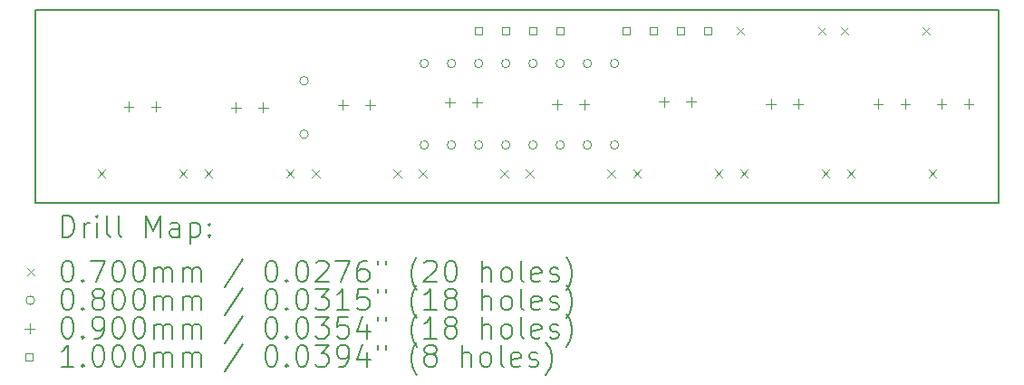
<source format=gbr>
%TF.GenerationSoftware,KiCad,Pcbnew,8.0.1*%
%TF.CreationDate,2024-05-11T19:49:48+01:00*%
%TF.ProjectId,TIMI2CLEDPanel,54494d49-3243-44c4-9544-50616e656c2e,rev?*%
%TF.SameCoordinates,Original*%
%TF.FileFunction,Drillmap*%
%TF.FilePolarity,Positive*%
%FSLAX45Y45*%
G04 Gerber Fmt 4.5, Leading zero omitted, Abs format (unit mm)*
G04 Created by KiCad (PCBNEW 8.0.1) date 2024-05-11 19:49:48*
%MOMM*%
%LPD*%
G01*
G04 APERTURE LIST*
%ADD10C,0.150000*%
%ADD11C,0.200000*%
%ADD12C,0.100000*%
G04 APERTURE END LIST*
D10*
X4000000Y-3000000D02*
X13000000Y-3000000D01*
X13000000Y-4800000D01*
X4000000Y-4800000D01*
X4000000Y-3000000D01*
D11*
D12*
X4584500Y-4490000D02*
X4654500Y-4560000D01*
X4654500Y-4490000D02*
X4584500Y-4560000D01*
X5346500Y-4490000D02*
X5416500Y-4560000D01*
X5416500Y-4490000D02*
X5346500Y-4560000D01*
X5584500Y-4490000D02*
X5654500Y-4560000D01*
X5654500Y-4490000D02*
X5584500Y-4560000D01*
X6346500Y-4490000D02*
X6416500Y-4560000D01*
X6416500Y-4490000D02*
X6346500Y-4560000D01*
X6584500Y-4490000D02*
X6654500Y-4560000D01*
X6654500Y-4490000D02*
X6584500Y-4560000D01*
X7346500Y-4490000D02*
X7416500Y-4560000D01*
X7416500Y-4490000D02*
X7346500Y-4560000D01*
X7584500Y-4490000D02*
X7654500Y-4560000D01*
X7654500Y-4490000D02*
X7584500Y-4560000D01*
X8346500Y-4490000D02*
X8416500Y-4560000D01*
X8416500Y-4490000D02*
X8346500Y-4560000D01*
X8584500Y-4490000D02*
X8654500Y-4560000D01*
X8654500Y-4490000D02*
X8584500Y-4560000D01*
X9346500Y-4490000D02*
X9416500Y-4560000D01*
X9416500Y-4490000D02*
X9346500Y-4560000D01*
X9584500Y-4490000D02*
X9654500Y-4560000D01*
X9654500Y-4490000D02*
X9584500Y-4560000D01*
X10346500Y-4490000D02*
X10416500Y-4560000D01*
X10416500Y-4490000D02*
X10346500Y-4560000D01*
X10549000Y-3160000D02*
X10619000Y-3230000D01*
X10619000Y-3160000D02*
X10549000Y-3230000D01*
X10584500Y-4490000D02*
X10654500Y-4560000D01*
X10654500Y-4490000D02*
X10584500Y-4560000D01*
X11311000Y-3160000D02*
X11381000Y-3230000D01*
X11381000Y-3160000D02*
X11311000Y-3230000D01*
X11346500Y-4490000D02*
X11416500Y-4560000D01*
X11416500Y-4490000D02*
X11346500Y-4560000D01*
X11524000Y-3160000D02*
X11594000Y-3230000D01*
X11594000Y-3160000D02*
X11524000Y-3230000D01*
X11584500Y-4490000D02*
X11654500Y-4560000D01*
X11654500Y-4490000D02*
X11584500Y-4560000D01*
X12286000Y-3160000D02*
X12356000Y-3230000D01*
X12356000Y-3160000D02*
X12286000Y-3230000D01*
X12346500Y-4490000D02*
X12416500Y-4560000D01*
X12416500Y-4490000D02*
X12346500Y-4560000D01*
X6550000Y-3660000D02*
G75*
G02*
X6470000Y-3660000I-40000J0D01*
G01*
X6470000Y-3660000D02*
G75*
G02*
X6550000Y-3660000I40000J0D01*
G01*
X6550000Y-4160000D02*
G75*
G02*
X6470000Y-4160000I-40000J0D01*
G01*
X6470000Y-4160000D02*
G75*
G02*
X6550000Y-4160000I40000J0D01*
G01*
X7674000Y-3498000D02*
G75*
G02*
X7594000Y-3498000I-40000J0D01*
G01*
X7594000Y-3498000D02*
G75*
G02*
X7674000Y-3498000I40000J0D01*
G01*
X7674000Y-4260000D02*
G75*
G02*
X7594000Y-4260000I-40000J0D01*
G01*
X7594000Y-4260000D02*
G75*
G02*
X7674000Y-4260000I40000J0D01*
G01*
X7928000Y-3498000D02*
G75*
G02*
X7848000Y-3498000I-40000J0D01*
G01*
X7848000Y-3498000D02*
G75*
G02*
X7928000Y-3498000I40000J0D01*
G01*
X7928000Y-4260000D02*
G75*
G02*
X7848000Y-4260000I-40000J0D01*
G01*
X7848000Y-4260000D02*
G75*
G02*
X7928000Y-4260000I40000J0D01*
G01*
X8182000Y-3498000D02*
G75*
G02*
X8102000Y-3498000I-40000J0D01*
G01*
X8102000Y-3498000D02*
G75*
G02*
X8182000Y-3498000I40000J0D01*
G01*
X8182000Y-4260000D02*
G75*
G02*
X8102000Y-4260000I-40000J0D01*
G01*
X8102000Y-4260000D02*
G75*
G02*
X8182000Y-4260000I40000J0D01*
G01*
X8436000Y-3498000D02*
G75*
G02*
X8356000Y-3498000I-40000J0D01*
G01*
X8356000Y-3498000D02*
G75*
G02*
X8436000Y-3498000I40000J0D01*
G01*
X8436000Y-4260000D02*
G75*
G02*
X8356000Y-4260000I-40000J0D01*
G01*
X8356000Y-4260000D02*
G75*
G02*
X8436000Y-4260000I40000J0D01*
G01*
X8690000Y-3498000D02*
G75*
G02*
X8610000Y-3498000I-40000J0D01*
G01*
X8610000Y-3498000D02*
G75*
G02*
X8690000Y-3498000I40000J0D01*
G01*
X8690000Y-4260000D02*
G75*
G02*
X8610000Y-4260000I-40000J0D01*
G01*
X8610000Y-4260000D02*
G75*
G02*
X8690000Y-4260000I40000J0D01*
G01*
X8944000Y-3498000D02*
G75*
G02*
X8864000Y-3498000I-40000J0D01*
G01*
X8864000Y-3498000D02*
G75*
G02*
X8944000Y-3498000I40000J0D01*
G01*
X8944000Y-4260000D02*
G75*
G02*
X8864000Y-4260000I-40000J0D01*
G01*
X8864000Y-4260000D02*
G75*
G02*
X8944000Y-4260000I40000J0D01*
G01*
X9198000Y-3498000D02*
G75*
G02*
X9118000Y-3498000I-40000J0D01*
G01*
X9118000Y-3498000D02*
G75*
G02*
X9198000Y-3498000I40000J0D01*
G01*
X9198000Y-4260000D02*
G75*
G02*
X9118000Y-4260000I-40000J0D01*
G01*
X9118000Y-4260000D02*
G75*
G02*
X9198000Y-4260000I40000J0D01*
G01*
X9452000Y-3498000D02*
G75*
G02*
X9372000Y-3498000I-40000J0D01*
G01*
X9372000Y-3498000D02*
G75*
G02*
X9452000Y-3498000I40000J0D01*
G01*
X9452000Y-4260000D02*
G75*
G02*
X9372000Y-4260000I-40000J0D01*
G01*
X9372000Y-4260000D02*
G75*
G02*
X9452000Y-4260000I40000J0D01*
G01*
X4873000Y-3855000D02*
X4873000Y-3945000D01*
X4828000Y-3900000D02*
X4918000Y-3900000D01*
X5127000Y-3855000D02*
X5127000Y-3945000D01*
X5082000Y-3900000D02*
X5172000Y-3900000D01*
X5873000Y-3865000D02*
X5873000Y-3955000D01*
X5828000Y-3910000D02*
X5918000Y-3910000D01*
X6127000Y-3865000D02*
X6127000Y-3955000D01*
X6082000Y-3910000D02*
X6172000Y-3910000D01*
X6873000Y-3840000D02*
X6873000Y-3930000D01*
X6828000Y-3885000D02*
X6918000Y-3885000D01*
X7127000Y-3840000D02*
X7127000Y-3930000D01*
X7082000Y-3885000D02*
X7172000Y-3885000D01*
X7873000Y-3815000D02*
X7873000Y-3905000D01*
X7828000Y-3860000D02*
X7918000Y-3860000D01*
X8127000Y-3815000D02*
X8127000Y-3905000D01*
X8082000Y-3860000D02*
X8172000Y-3860000D01*
X8873000Y-3835000D02*
X8873000Y-3925000D01*
X8828000Y-3880000D02*
X8918000Y-3880000D01*
X9127000Y-3835000D02*
X9127000Y-3925000D01*
X9082000Y-3880000D02*
X9172000Y-3880000D01*
X9873000Y-3810000D02*
X9873000Y-3900000D01*
X9828000Y-3855000D02*
X9918000Y-3855000D01*
X10127000Y-3810000D02*
X10127000Y-3900000D01*
X10082000Y-3855000D02*
X10172000Y-3855000D01*
X10873000Y-3830000D02*
X10873000Y-3920000D01*
X10828000Y-3875000D02*
X10918000Y-3875000D01*
X11127000Y-3830000D02*
X11127000Y-3920000D01*
X11082000Y-3875000D02*
X11172000Y-3875000D01*
X11873000Y-3830000D02*
X11873000Y-3920000D01*
X11828000Y-3875000D02*
X11918000Y-3875000D01*
X12127000Y-3830000D02*
X12127000Y-3920000D01*
X12082000Y-3875000D02*
X12172000Y-3875000D01*
X12466000Y-3830000D02*
X12466000Y-3920000D01*
X12421000Y-3875000D02*
X12511000Y-3875000D01*
X12720000Y-3830000D02*
X12720000Y-3920000D01*
X12675000Y-3875000D02*
X12765000Y-3875000D01*
X8177856Y-3225356D02*
X8177856Y-3154644D01*
X8107144Y-3154644D01*
X8107144Y-3225356D01*
X8177856Y-3225356D01*
X8431856Y-3225356D02*
X8431856Y-3154644D01*
X8361144Y-3154644D01*
X8361144Y-3225356D01*
X8431856Y-3225356D01*
X8685856Y-3225356D02*
X8685856Y-3154644D01*
X8615144Y-3154644D01*
X8615144Y-3225356D01*
X8685856Y-3225356D01*
X8939856Y-3225356D02*
X8939856Y-3154644D01*
X8869144Y-3154644D01*
X8869144Y-3225356D01*
X8939856Y-3225356D01*
X9553356Y-3225356D02*
X9553356Y-3154644D01*
X9482644Y-3154644D01*
X9482644Y-3225356D01*
X9553356Y-3225356D01*
X9807356Y-3225356D02*
X9807356Y-3154644D01*
X9736644Y-3154644D01*
X9736644Y-3225356D01*
X9807356Y-3225356D01*
X10061356Y-3225356D02*
X10061356Y-3154644D01*
X9990644Y-3154644D01*
X9990644Y-3225356D01*
X10061356Y-3225356D01*
X10315356Y-3225356D02*
X10315356Y-3154644D01*
X10244644Y-3154644D01*
X10244644Y-3225356D01*
X10315356Y-3225356D01*
D11*
X4253277Y-5118984D02*
X4253277Y-4918984D01*
X4253277Y-4918984D02*
X4300896Y-4918984D01*
X4300896Y-4918984D02*
X4329467Y-4928508D01*
X4329467Y-4928508D02*
X4348515Y-4947555D01*
X4348515Y-4947555D02*
X4358039Y-4966603D01*
X4358039Y-4966603D02*
X4367563Y-5004698D01*
X4367563Y-5004698D02*
X4367563Y-5033270D01*
X4367563Y-5033270D02*
X4358039Y-5071365D01*
X4358039Y-5071365D02*
X4348515Y-5090412D01*
X4348515Y-5090412D02*
X4329467Y-5109460D01*
X4329467Y-5109460D02*
X4300896Y-5118984D01*
X4300896Y-5118984D02*
X4253277Y-5118984D01*
X4453277Y-5118984D02*
X4453277Y-4985650D01*
X4453277Y-5023746D02*
X4462801Y-5004698D01*
X4462801Y-5004698D02*
X4472324Y-4995174D01*
X4472324Y-4995174D02*
X4491372Y-4985650D01*
X4491372Y-4985650D02*
X4510420Y-4985650D01*
X4577086Y-5118984D02*
X4577086Y-4985650D01*
X4577086Y-4918984D02*
X4567563Y-4928508D01*
X4567563Y-4928508D02*
X4577086Y-4938031D01*
X4577086Y-4938031D02*
X4586610Y-4928508D01*
X4586610Y-4928508D02*
X4577086Y-4918984D01*
X4577086Y-4918984D02*
X4577086Y-4938031D01*
X4700896Y-5118984D02*
X4681848Y-5109460D01*
X4681848Y-5109460D02*
X4672324Y-5090412D01*
X4672324Y-5090412D02*
X4672324Y-4918984D01*
X4805658Y-5118984D02*
X4786610Y-5109460D01*
X4786610Y-5109460D02*
X4777086Y-5090412D01*
X4777086Y-5090412D02*
X4777086Y-4918984D01*
X5034229Y-5118984D02*
X5034229Y-4918984D01*
X5034229Y-4918984D02*
X5100896Y-5061841D01*
X5100896Y-5061841D02*
X5167563Y-4918984D01*
X5167563Y-4918984D02*
X5167563Y-5118984D01*
X5348515Y-5118984D02*
X5348515Y-5014222D01*
X5348515Y-5014222D02*
X5338991Y-4995174D01*
X5338991Y-4995174D02*
X5319944Y-4985650D01*
X5319944Y-4985650D02*
X5281848Y-4985650D01*
X5281848Y-4985650D02*
X5262801Y-4995174D01*
X5348515Y-5109460D02*
X5329467Y-5118984D01*
X5329467Y-5118984D02*
X5281848Y-5118984D01*
X5281848Y-5118984D02*
X5262801Y-5109460D01*
X5262801Y-5109460D02*
X5253277Y-5090412D01*
X5253277Y-5090412D02*
X5253277Y-5071365D01*
X5253277Y-5071365D02*
X5262801Y-5052317D01*
X5262801Y-5052317D02*
X5281848Y-5042793D01*
X5281848Y-5042793D02*
X5329467Y-5042793D01*
X5329467Y-5042793D02*
X5348515Y-5033270D01*
X5443753Y-4985650D02*
X5443753Y-5185650D01*
X5443753Y-4995174D02*
X5462801Y-4985650D01*
X5462801Y-4985650D02*
X5500896Y-4985650D01*
X5500896Y-4985650D02*
X5519944Y-4995174D01*
X5519944Y-4995174D02*
X5529467Y-5004698D01*
X5529467Y-5004698D02*
X5538991Y-5023746D01*
X5538991Y-5023746D02*
X5538991Y-5080889D01*
X5538991Y-5080889D02*
X5529467Y-5099936D01*
X5529467Y-5099936D02*
X5519944Y-5109460D01*
X5519944Y-5109460D02*
X5500896Y-5118984D01*
X5500896Y-5118984D02*
X5462801Y-5118984D01*
X5462801Y-5118984D02*
X5443753Y-5109460D01*
X5624705Y-5099936D02*
X5634229Y-5109460D01*
X5634229Y-5109460D02*
X5624705Y-5118984D01*
X5624705Y-5118984D02*
X5615182Y-5109460D01*
X5615182Y-5109460D02*
X5624705Y-5099936D01*
X5624705Y-5099936D02*
X5624705Y-5118984D01*
X5624705Y-4995174D02*
X5634229Y-5004698D01*
X5634229Y-5004698D02*
X5624705Y-5014222D01*
X5624705Y-5014222D02*
X5615182Y-5004698D01*
X5615182Y-5004698D02*
X5624705Y-4995174D01*
X5624705Y-4995174D02*
X5624705Y-5014222D01*
D12*
X3922500Y-5412500D02*
X3992500Y-5482500D01*
X3992500Y-5412500D02*
X3922500Y-5482500D01*
D11*
X4291372Y-5338984D02*
X4310420Y-5338984D01*
X4310420Y-5338984D02*
X4329467Y-5348508D01*
X4329467Y-5348508D02*
X4338991Y-5358031D01*
X4338991Y-5358031D02*
X4348515Y-5377079D01*
X4348515Y-5377079D02*
X4358039Y-5415174D01*
X4358039Y-5415174D02*
X4358039Y-5462793D01*
X4358039Y-5462793D02*
X4348515Y-5500889D01*
X4348515Y-5500889D02*
X4338991Y-5519936D01*
X4338991Y-5519936D02*
X4329467Y-5529460D01*
X4329467Y-5529460D02*
X4310420Y-5538984D01*
X4310420Y-5538984D02*
X4291372Y-5538984D01*
X4291372Y-5538984D02*
X4272324Y-5529460D01*
X4272324Y-5529460D02*
X4262801Y-5519936D01*
X4262801Y-5519936D02*
X4253277Y-5500889D01*
X4253277Y-5500889D02*
X4243753Y-5462793D01*
X4243753Y-5462793D02*
X4243753Y-5415174D01*
X4243753Y-5415174D02*
X4253277Y-5377079D01*
X4253277Y-5377079D02*
X4262801Y-5358031D01*
X4262801Y-5358031D02*
X4272324Y-5348508D01*
X4272324Y-5348508D02*
X4291372Y-5338984D01*
X4443753Y-5519936D02*
X4453277Y-5529460D01*
X4453277Y-5529460D02*
X4443753Y-5538984D01*
X4443753Y-5538984D02*
X4434229Y-5529460D01*
X4434229Y-5529460D02*
X4443753Y-5519936D01*
X4443753Y-5519936D02*
X4443753Y-5538984D01*
X4519944Y-5338984D02*
X4653277Y-5338984D01*
X4653277Y-5338984D02*
X4567563Y-5538984D01*
X4767563Y-5338984D02*
X4786610Y-5338984D01*
X4786610Y-5338984D02*
X4805658Y-5348508D01*
X4805658Y-5348508D02*
X4815182Y-5358031D01*
X4815182Y-5358031D02*
X4824705Y-5377079D01*
X4824705Y-5377079D02*
X4834229Y-5415174D01*
X4834229Y-5415174D02*
X4834229Y-5462793D01*
X4834229Y-5462793D02*
X4824705Y-5500889D01*
X4824705Y-5500889D02*
X4815182Y-5519936D01*
X4815182Y-5519936D02*
X4805658Y-5529460D01*
X4805658Y-5529460D02*
X4786610Y-5538984D01*
X4786610Y-5538984D02*
X4767563Y-5538984D01*
X4767563Y-5538984D02*
X4748515Y-5529460D01*
X4748515Y-5529460D02*
X4738991Y-5519936D01*
X4738991Y-5519936D02*
X4729467Y-5500889D01*
X4729467Y-5500889D02*
X4719944Y-5462793D01*
X4719944Y-5462793D02*
X4719944Y-5415174D01*
X4719944Y-5415174D02*
X4729467Y-5377079D01*
X4729467Y-5377079D02*
X4738991Y-5358031D01*
X4738991Y-5358031D02*
X4748515Y-5348508D01*
X4748515Y-5348508D02*
X4767563Y-5338984D01*
X4958039Y-5338984D02*
X4977086Y-5338984D01*
X4977086Y-5338984D02*
X4996134Y-5348508D01*
X4996134Y-5348508D02*
X5005658Y-5358031D01*
X5005658Y-5358031D02*
X5015182Y-5377079D01*
X5015182Y-5377079D02*
X5024705Y-5415174D01*
X5024705Y-5415174D02*
X5024705Y-5462793D01*
X5024705Y-5462793D02*
X5015182Y-5500889D01*
X5015182Y-5500889D02*
X5005658Y-5519936D01*
X5005658Y-5519936D02*
X4996134Y-5529460D01*
X4996134Y-5529460D02*
X4977086Y-5538984D01*
X4977086Y-5538984D02*
X4958039Y-5538984D01*
X4958039Y-5538984D02*
X4938991Y-5529460D01*
X4938991Y-5529460D02*
X4929467Y-5519936D01*
X4929467Y-5519936D02*
X4919944Y-5500889D01*
X4919944Y-5500889D02*
X4910420Y-5462793D01*
X4910420Y-5462793D02*
X4910420Y-5415174D01*
X4910420Y-5415174D02*
X4919944Y-5377079D01*
X4919944Y-5377079D02*
X4929467Y-5358031D01*
X4929467Y-5358031D02*
X4938991Y-5348508D01*
X4938991Y-5348508D02*
X4958039Y-5338984D01*
X5110420Y-5538984D02*
X5110420Y-5405650D01*
X5110420Y-5424698D02*
X5119944Y-5415174D01*
X5119944Y-5415174D02*
X5138991Y-5405650D01*
X5138991Y-5405650D02*
X5167563Y-5405650D01*
X5167563Y-5405650D02*
X5186610Y-5415174D01*
X5186610Y-5415174D02*
X5196134Y-5434222D01*
X5196134Y-5434222D02*
X5196134Y-5538984D01*
X5196134Y-5434222D02*
X5205658Y-5415174D01*
X5205658Y-5415174D02*
X5224705Y-5405650D01*
X5224705Y-5405650D02*
X5253277Y-5405650D01*
X5253277Y-5405650D02*
X5272325Y-5415174D01*
X5272325Y-5415174D02*
X5281848Y-5434222D01*
X5281848Y-5434222D02*
X5281848Y-5538984D01*
X5377086Y-5538984D02*
X5377086Y-5405650D01*
X5377086Y-5424698D02*
X5386610Y-5415174D01*
X5386610Y-5415174D02*
X5405658Y-5405650D01*
X5405658Y-5405650D02*
X5434229Y-5405650D01*
X5434229Y-5405650D02*
X5453277Y-5415174D01*
X5453277Y-5415174D02*
X5462801Y-5434222D01*
X5462801Y-5434222D02*
X5462801Y-5538984D01*
X5462801Y-5434222D02*
X5472325Y-5415174D01*
X5472325Y-5415174D02*
X5491372Y-5405650D01*
X5491372Y-5405650D02*
X5519944Y-5405650D01*
X5519944Y-5405650D02*
X5538991Y-5415174D01*
X5538991Y-5415174D02*
X5548515Y-5434222D01*
X5548515Y-5434222D02*
X5548515Y-5538984D01*
X5938991Y-5329460D02*
X5767563Y-5586603D01*
X6196134Y-5338984D02*
X6215182Y-5338984D01*
X6215182Y-5338984D02*
X6234229Y-5348508D01*
X6234229Y-5348508D02*
X6243753Y-5358031D01*
X6243753Y-5358031D02*
X6253277Y-5377079D01*
X6253277Y-5377079D02*
X6262801Y-5415174D01*
X6262801Y-5415174D02*
X6262801Y-5462793D01*
X6262801Y-5462793D02*
X6253277Y-5500889D01*
X6253277Y-5500889D02*
X6243753Y-5519936D01*
X6243753Y-5519936D02*
X6234229Y-5529460D01*
X6234229Y-5529460D02*
X6215182Y-5538984D01*
X6215182Y-5538984D02*
X6196134Y-5538984D01*
X6196134Y-5538984D02*
X6177086Y-5529460D01*
X6177086Y-5529460D02*
X6167563Y-5519936D01*
X6167563Y-5519936D02*
X6158039Y-5500889D01*
X6158039Y-5500889D02*
X6148515Y-5462793D01*
X6148515Y-5462793D02*
X6148515Y-5415174D01*
X6148515Y-5415174D02*
X6158039Y-5377079D01*
X6158039Y-5377079D02*
X6167563Y-5358031D01*
X6167563Y-5358031D02*
X6177086Y-5348508D01*
X6177086Y-5348508D02*
X6196134Y-5338984D01*
X6348515Y-5519936D02*
X6358039Y-5529460D01*
X6358039Y-5529460D02*
X6348515Y-5538984D01*
X6348515Y-5538984D02*
X6338991Y-5529460D01*
X6338991Y-5529460D02*
X6348515Y-5519936D01*
X6348515Y-5519936D02*
X6348515Y-5538984D01*
X6481848Y-5338984D02*
X6500896Y-5338984D01*
X6500896Y-5338984D02*
X6519944Y-5348508D01*
X6519944Y-5348508D02*
X6529467Y-5358031D01*
X6529467Y-5358031D02*
X6538991Y-5377079D01*
X6538991Y-5377079D02*
X6548515Y-5415174D01*
X6548515Y-5415174D02*
X6548515Y-5462793D01*
X6548515Y-5462793D02*
X6538991Y-5500889D01*
X6538991Y-5500889D02*
X6529467Y-5519936D01*
X6529467Y-5519936D02*
X6519944Y-5529460D01*
X6519944Y-5529460D02*
X6500896Y-5538984D01*
X6500896Y-5538984D02*
X6481848Y-5538984D01*
X6481848Y-5538984D02*
X6462801Y-5529460D01*
X6462801Y-5529460D02*
X6453277Y-5519936D01*
X6453277Y-5519936D02*
X6443753Y-5500889D01*
X6443753Y-5500889D02*
X6434229Y-5462793D01*
X6434229Y-5462793D02*
X6434229Y-5415174D01*
X6434229Y-5415174D02*
X6443753Y-5377079D01*
X6443753Y-5377079D02*
X6453277Y-5358031D01*
X6453277Y-5358031D02*
X6462801Y-5348508D01*
X6462801Y-5348508D02*
X6481848Y-5338984D01*
X6624706Y-5358031D02*
X6634229Y-5348508D01*
X6634229Y-5348508D02*
X6653277Y-5338984D01*
X6653277Y-5338984D02*
X6700896Y-5338984D01*
X6700896Y-5338984D02*
X6719944Y-5348508D01*
X6719944Y-5348508D02*
X6729467Y-5358031D01*
X6729467Y-5358031D02*
X6738991Y-5377079D01*
X6738991Y-5377079D02*
X6738991Y-5396127D01*
X6738991Y-5396127D02*
X6729467Y-5424698D01*
X6729467Y-5424698D02*
X6615182Y-5538984D01*
X6615182Y-5538984D02*
X6738991Y-5538984D01*
X6805658Y-5338984D02*
X6938991Y-5338984D01*
X6938991Y-5338984D02*
X6853277Y-5538984D01*
X7100896Y-5338984D02*
X7062801Y-5338984D01*
X7062801Y-5338984D02*
X7043753Y-5348508D01*
X7043753Y-5348508D02*
X7034229Y-5358031D01*
X7034229Y-5358031D02*
X7015182Y-5386603D01*
X7015182Y-5386603D02*
X7005658Y-5424698D01*
X7005658Y-5424698D02*
X7005658Y-5500889D01*
X7005658Y-5500889D02*
X7015182Y-5519936D01*
X7015182Y-5519936D02*
X7024706Y-5529460D01*
X7024706Y-5529460D02*
X7043753Y-5538984D01*
X7043753Y-5538984D02*
X7081848Y-5538984D01*
X7081848Y-5538984D02*
X7100896Y-5529460D01*
X7100896Y-5529460D02*
X7110420Y-5519936D01*
X7110420Y-5519936D02*
X7119944Y-5500889D01*
X7119944Y-5500889D02*
X7119944Y-5453270D01*
X7119944Y-5453270D02*
X7110420Y-5434222D01*
X7110420Y-5434222D02*
X7100896Y-5424698D01*
X7100896Y-5424698D02*
X7081848Y-5415174D01*
X7081848Y-5415174D02*
X7043753Y-5415174D01*
X7043753Y-5415174D02*
X7024706Y-5424698D01*
X7024706Y-5424698D02*
X7015182Y-5434222D01*
X7015182Y-5434222D02*
X7005658Y-5453270D01*
X7196134Y-5338984D02*
X7196134Y-5377079D01*
X7272325Y-5338984D02*
X7272325Y-5377079D01*
X7567563Y-5615174D02*
X7558039Y-5605650D01*
X7558039Y-5605650D02*
X7538991Y-5577079D01*
X7538991Y-5577079D02*
X7529468Y-5558031D01*
X7529468Y-5558031D02*
X7519944Y-5529460D01*
X7519944Y-5529460D02*
X7510420Y-5481841D01*
X7510420Y-5481841D02*
X7510420Y-5443746D01*
X7510420Y-5443746D02*
X7519944Y-5396127D01*
X7519944Y-5396127D02*
X7529468Y-5367555D01*
X7529468Y-5367555D02*
X7538991Y-5348508D01*
X7538991Y-5348508D02*
X7558039Y-5319936D01*
X7558039Y-5319936D02*
X7567563Y-5310412D01*
X7634229Y-5358031D02*
X7643753Y-5348508D01*
X7643753Y-5348508D02*
X7662801Y-5338984D01*
X7662801Y-5338984D02*
X7710420Y-5338984D01*
X7710420Y-5338984D02*
X7729468Y-5348508D01*
X7729468Y-5348508D02*
X7738991Y-5358031D01*
X7738991Y-5358031D02*
X7748515Y-5377079D01*
X7748515Y-5377079D02*
X7748515Y-5396127D01*
X7748515Y-5396127D02*
X7738991Y-5424698D01*
X7738991Y-5424698D02*
X7624706Y-5538984D01*
X7624706Y-5538984D02*
X7748515Y-5538984D01*
X7872325Y-5338984D02*
X7891372Y-5338984D01*
X7891372Y-5338984D02*
X7910420Y-5348508D01*
X7910420Y-5348508D02*
X7919944Y-5358031D01*
X7919944Y-5358031D02*
X7929468Y-5377079D01*
X7929468Y-5377079D02*
X7938991Y-5415174D01*
X7938991Y-5415174D02*
X7938991Y-5462793D01*
X7938991Y-5462793D02*
X7929468Y-5500889D01*
X7929468Y-5500889D02*
X7919944Y-5519936D01*
X7919944Y-5519936D02*
X7910420Y-5529460D01*
X7910420Y-5529460D02*
X7891372Y-5538984D01*
X7891372Y-5538984D02*
X7872325Y-5538984D01*
X7872325Y-5538984D02*
X7853277Y-5529460D01*
X7853277Y-5529460D02*
X7843753Y-5519936D01*
X7843753Y-5519936D02*
X7834229Y-5500889D01*
X7834229Y-5500889D02*
X7824706Y-5462793D01*
X7824706Y-5462793D02*
X7824706Y-5415174D01*
X7824706Y-5415174D02*
X7834229Y-5377079D01*
X7834229Y-5377079D02*
X7843753Y-5358031D01*
X7843753Y-5358031D02*
X7853277Y-5348508D01*
X7853277Y-5348508D02*
X7872325Y-5338984D01*
X8177087Y-5538984D02*
X8177087Y-5338984D01*
X8262801Y-5538984D02*
X8262801Y-5434222D01*
X8262801Y-5434222D02*
X8253277Y-5415174D01*
X8253277Y-5415174D02*
X8234230Y-5405650D01*
X8234230Y-5405650D02*
X8205658Y-5405650D01*
X8205658Y-5405650D02*
X8186610Y-5415174D01*
X8186610Y-5415174D02*
X8177087Y-5424698D01*
X8386610Y-5538984D02*
X8367563Y-5529460D01*
X8367563Y-5529460D02*
X8358039Y-5519936D01*
X8358039Y-5519936D02*
X8348515Y-5500889D01*
X8348515Y-5500889D02*
X8348515Y-5443746D01*
X8348515Y-5443746D02*
X8358039Y-5424698D01*
X8358039Y-5424698D02*
X8367563Y-5415174D01*
X8367563Y-5415174D02*
X8386610Y-5405650D01*
X8386610Y-5405650D02*
X8415182Y-5405650D01*
X8415182Y-5405650D02*
X8434230Y-5415174D01*
X8434230Y-5415174D02*
X8443753Y-5424698D01*
X8443753Y-5424698D02*
X8453277Y-5443746D01*
X8453277Y-5443746D02*
X8453277Y-5500889D01*
X8453277Y-5500889D02*
X8443753Y-5519936D01*
X8443753Y-5519936D02*
X8434230Y-5529460D01*
X8434230Y-5529460D02*
X8415182Y-5538984D01*
X8415182Y-5538984D02*
X8386610Y-5538984D01*
X8567563Y-5538984D02*
X8548515Y-5529460D01*
X8548515Y-5529460D02*
X8538992Y-5510412D01*
X8538992Y-5510412D02*
X8538992Y-5338984D01*
X8719944Y-5529460D02*
X8700896Y-5538984D01*
X8700896Y-5538984D02*
X8662801Y-5538984D01*
X8662801Y-5538984D02*
X8643753Y-5529460D01*
X8643753Y-5529460D02*
X8634230Y-5510412D01*
X8634230Y-5510412D02*
X8634230Y-5434222D01*
X8634230Y-5434222D02*
X8643753Y-5415174D01*
X8643753Y-5415174D02*
X8662801Y-5405650D01*
X8662801Y-5405650D02*
X8700896Y-5405650D01*
X8700896Y-5405650D02*
X8719944Y-5415174D01*
X8719944Y-5415174D02*
X8729468Y-5434222D01*
X8729468Y-5434222D02*
X8729468Y-5453270D01*
X8729468Y-5453270D02*
X8634230Y-5472317D01*
X8805658Y-5529460D02*
X8824706Y-5538984D01*
X8824706Y-5538984D02*
X8862801Y-5538984D01*
X8862801Y-5538984D02*
X8881849Y-5529460D01*
X8881849Y-5529460D02*
X8891373Y-5510412D01*
X8891373Y-5510412D02*
X8891373Y-5500889D01*
X8891373Y-5500889D02*
X8881849Y-5481841D01*
X8881849Y-5481841D02*
X8862801Y-5472317D01*
X8862801Y-5472317D02*
X8834230Y-5472317D01*
X8834230Y-5472317D02*
X8815182Y-5462793D01*
X8815182Y-5462793D02*
X8805658Y-5443746D01*
X8805658Y-5443746D02*
X8805658Y-5434222D01*
X8805658Y-5434222D02*
X8815182Y-5415174D01*
X8815182Y-5415174D02*
X8834230Y-5405650D01*
X8834230Y-5405650D02*
X8862801Y-5405650D01*
X8862801Y-5405650D02*
X8881849Y-5415174D01*
X8958039Y-5615174D02*
X8967563Y-5605650D01*
X8967563Y-5605650D02*
X8986611Y-5577079D01*
X8986611Y-5577079D02*
X8996134Y-5558031D01*
X8996134Y-5558031D02*
X9005658Y-5529460D01*
X9005658Y-5529460D02*
X9015182Y-5481841D01*
X9015182Y-5481841D02*
X9015182Y-5443746D01*
X9015182Y-5443746D02*
X9005658Y-5396127D01*
X9005658Y-5396127D02*
X8996134Y-5367555D01*
X8996134Y-5367555D02*
X8986611Y-5348508D01*
X8986611Y-5348508D02*
X8967563Y-5319936D01*
X8967563Y-5319936D02*
X8958039Y-5310412D01*
D12*
X3992500Y-5711500D02*
G75*
G02*
X3912500Y-5711500I-40000J0D01*
G01*
X3912500Y-5711500D02*
G75*
G02*
X3992500Y-5711500I40000J0D01*
G01*
D11*
X4291372Y-5602984D02*
X4310420Y-5602984D01*
X4310420Y-5602984D02*
X4329467Y-5612508D01*
X4329467Y-5612508D02*
X4338991Y-5622031D01*
X4338991Y-5622031D02*
X4348515Y-5641079D01*
X4348515Y-5641079D02*
X4358039Y-5679174D01*
X4358039Y-5679174D02*
X4358039Y-5726793D01*
X4358039Y-5726793D02*
X4348515Y-5764888D01*
X4348515Y-5764888D02*
X4338991Y-5783936D01*
X4338991Y-5783936D02*
X4329467Y-5793460D01*
X4329467Y-5793460D02*
X4310420Y-5802984D01*
X4310420Y-5802984D02*
X4291372Y-5802984D01*
X4291372Y-5802984D02*
X4272324Y-5793460D01*
X4272324Y-5793460D02*
X4262801Y-5783936D01*
X4262801Y-5783936D02*
X4253277Y-5764888D01*
X4253277Y-5764888D02*
X4243753Y-5726793D01*
X4243753Y-5726793D02*
X4243753Y-5679174D01*
X4243753Y-5679174D02*
X4253277Y-5641079D01*
X4253277Y-5641079D02*
X4262801Y-5622031D01*
X4262801Y-5622031D02*
X4272324Y-5612508D01*
X4272324Y-5612508D02*
X4291372Y-5602984D01*
X4443753Y-5783936D02*
X4453277Y-5793460D01*
X4453277Y-5793460D02*
X4443753Y-5802984D01*
X4443753Y-5802984D02*
X4434229Y-5793460D01*
X4434229Y-5793460D02*
X4443753Y-5783936D01*
X4443753Y-5783936D02*
X4443753Y-5802984D01*
X4567563Y-5688698D02*
X4548515Y-5679174D01*
X4548515Y-5679174D02*
X4538991Y-5669650D01*
X4538991Y-5669650D02*
X4529467Y-5650603D01*
X4529467Y-5650603D02*
X4529467Y-5641079D01*
X4529467Y-5641079D02*
X4538991Y-5622031D01*
X4538991Y-5622031D02*
X4548515Y-5612508D01*
X4548515Y-5612508D02*
X4567563Y-5602984D01*
X4567563Y-5602984D02*
X4605658Y-5602984D01*
X4605658Y-5602984D02*
X4624705Y-5612508D01*
X4624705Y-5612508D02*
X4634229Y-5622031D01*
X4634229Y-5622031D02*
X4643753Y-5641079D01*
X4643753Y-5641079D02*
X4643753Y-5650603D01*
X4643753Y-5650603D02*
X4634229Y-5669650D01*
X4634229Y-5669650D02*
X4624705Y-5679174D01*
X4624705Y-5679174D02*
X4605658Y-5688698D01*
X4605658Y-5688698D02*
X4567563Y-5688698D01*
X4567563Y-5688698D02*
X4548515Y-5698222D01*
X4548515Y-5698222D02*
X4538991Y-5707746D01*
X4538991Y-5707746D02*
X4529467Y-5726793D01*
X4529467Y-5726793D02*
X4529467Y-5764888D01*
X4529467Y-5764888D02*
X4538991Y-5783936D01*
X4538991Y-5783936D02*
X4548515Y-5793460D01*
X4548515Y-5793460D02*
X4567563Y-5802984D01*
X4567563Y-5802984D02*
X4605658Y-5802984D01*
X4605658Y-5802984D02*
X4624705Y-5793460D01*
X4624705Y-5793460D02*
X4634229Y-5783936D01*
X4634229Y-5783936D02*
X4643753Y-5764888D01*
X4643753Y-5764888D02*
X4643753Y-5726793D01*
X4643753Y-5726793D02*
X4634229Y-5707746D01*
X4634229Y-5707746D02*
X4624705Y-5698222D01*
X4624705Y-5698222D02*
X4605658Y-5688698D01*
X4767563Y-5602984D02*
X4786610Y-5602984D01*
X4786610Y-5602984D02*
X4805658Y-5612508D01*
X4805658Y-5612508D02*
X4815182Y-5622031D01*
X4815182Y-5622031D02*
X4824705Y-5641079D01*
X4824705Y-5641079D02*
X4834229Y-5679174D01*
X4834229Y-5679174D02*
X4834229Y-5726793D01*
X4834229Y-5726793D02*
X4824705Y-5764888D01*
X4824705Y-5764888D02*
X4815182Y-5783936D01*
X4815182Y-5783936D02*
X4805658Y-5793460D01*
X4805658Y-5793460D02*
X4786610Y-5802984D01*
X4786610Y-5802984D02*
X4767563Y-5802984D01*
X4767563Y-5802984D02*
X4748515Y-5793460D01*
X4748515Y-5793460D02*
X4738991Y-5783936D01*
X4738991Y-5783936D02*
X4729467Y-5764888D01*
X4729467Y-5764888D02*
X4719944Y-5726793D01*
X4719944Y-5726793D02*
X4719944Y-5679174D01*
X4719944Y-5679174D02*
X4729467Y-5641079D01*
X4729467Y-5641079D02*
X4738991Y-5622031D01*
X4738991Y-5622031D02*
X4748515Y-5612508D01*
X4748515Y-5612508D02*
X4767563Y-5602984D01*
X4958039Y-5602984D02*
X4977086Y-5602984D01*
X4977086Y-5602984D02*
X4996134Y-5612508D01*
X4996134Y-5612508D02*
X5005658Y-5622031D01*
X5005658Y-5622031D02*
X5015182Y-5641079D01*
X5015182Y-5641079D02*
X5024705Y-5679174D01*
X5024705Y-5679174D02*
X5024705Y-5726793D01*
X5024705Y-5726793D02*
X5015182Y-5764888D01*
X5015182Y-5764888D02*
X5005658Y-5783936D01*
X5005658Y-5783936D02*
X4996134Y-5793460D01*
X4996134Y-5793460D02*
X4977086Y-5802984D01*
X4977086Y-5802984D02*
X4958039Y-5802984D01*
X4958039Y-5802984D02*
X4938991Y-5793460D01*
X4938991Y-5793460D02*
X4929467Y-5783936D01*
X4929467Y-5783936D02*
X4919944Y-5764888D01*
X4919944Y-5764888D02*
X4910420Y-5726793D01*
X4910420Y-5726793D02*
X4910420Y-5679174D01*
X4910420Y-5679174D02*
X4919944Y-5641079D01*
X4919944Y-5641079D02*
X4929467Y-5622031D01*
X4929467Y-5622031D02*
X4938991Y-5612508D01*
X4938991Y-5612508D02*
X4958039Y-5602984D01*
X5110420Y-5802984D02*
X5110420Y-5669650D01*
X5110420Y-5688698D02*
X5119944Y-5679174D01*
X5119944Y-5679174D02*
X5138991Y-5669650D01*
X5138991Y-5669650D02*
X5167563Y-5669650D01*
X5167563Y-5669650D02*
X5186610Y-5679174D01*
X5186610Y-5679174D02*
X5196134Y-5698222D01*
X5196134Y-5698222D02*
X5196134Y-5802984D01*
X5196134Y-5698222D02*
X5205658Y-5679174D01*
X5205658Y-5679174D02*
X5224705Y-5669650D01*
X5224705Y-5669650D02*
X5253277Y-5669650D01*
X5253277Y-5669650D02*
X5272325Y-5679174D01*
X5272325Y-5679174D02*
X5281848Y-5698222D01*
X5281848Y-5698222D02*
X5281848Y-5802984D01*
X5377086Y-5802984D02*
X5377086Y-5669650D01*
X5377086Y-5688698D02*
X5386610Y-5679174D01*
X5386610Y-5679174D02*
X5405658Y-5669650D01*
X5405658Y-5669650D02*
X5434229Y-5669650D01*
X5434229Y-5669650D02*
X5453277Y-5679174D01*
X5453277Y-5679174D02*
X5462801Y-5698222D01*
X5462801Y-5698222D02*
X5462801Y-5802984D01*
X5462801Y-5698222D02*
X5472325Y-5679174D01*
X5472325Y-5679174D02*
X5491372Y-5669650D01*
X5491372Y-5669650D02*
X5519944Y-5669650D01*
X5519944Y-5669650D02*
X5538991Y-5679174D01*
X5538991Y-5679174D02*
X5548515Y-5698222D01*
X5548515Y-5698222D02*
X5548515Y-5802984D01*
X5938991Y-5593460D02*
X5767563Y-5850603D01*
X6196134Y-5602984D02*
X6215182Y-5602984D01*
X6215182Y-5602984D02*
X6234229Y-5612508D01*
X6234229Y-5612508D02*
X6243753Y-5622031D01*
X6243753Y-5622031D02*
X6253277Y-5641079D01*
X6253277Y-5641079D02*
X6262801Y-5679174D01*
X6262801Y-5679174D02*
X6262801Y-5726793D01*
X6262801Y-5726793D02*
X6253277Y-5764888D01*
X6253277Y-5764888D02*
X6243753Y-5783936D01*
X6243753Y-5783936D02*
X6234229Y-5793460D01*
X6234229Y-5793460D02*
X6215182Y-5802984D01*
X6215182Y-5802984D02*
X6196134Y-5802984D01*
X6196134Y-5802984D02*
X6177086Y-5793460D01*
X6177086Y-5793460D02*
X6167563Y-5783936D01*
X6167563Y-5783936D02*
X6158039Y-5764888D01*
X6158039Y-5764888D02*
X6148515Y-5726793D01*
X6148515Y-5726793D02*
X6148515Y-5679174D01*
X6148515Y-5679174D02*
X6158039Y-5641079D01*
X6158039Y-5641079D02*
X6167563Y-5622031D01*
X6167563Y-5622031D02*
X6177086Y-5612508D01*
X6177086Y-5612508D02*
X6196134Y-5602984D01*
X6348515Y-5783936D02*
X6358039Y-5793460D01*
X6358039Y-5793460D02*
X6348515Y-5802984D01*
X6348515Y-5802984D02*
X6338991Y-5793460D01*
X6338991Y-5793460D02*
X6348515Y-5783936D01*
X6348515Y-5783936D02*
X6348515Y-5802984D01*
X6481848Y-5602984D02*
X6500896Y-5602984D01*
X6500896Y-5602984D02*
X6519944Y-5612508D01*
X6519944Y-5612508D02*
X6529467Y-5622031D01*
X6529467Y-5622031D02*
X6538991Y-5641079D01*
X6538991Y-5641079D02*
X6548515Y-5679174D01*
X6548515Y-5679174D02*
X6548515Y-5726793D01*
X6548515Y-5726793D02*
X6538991Y-5764888D01*
X6538991Y-5764888D02*
X6529467Y-5783936D01*
X6529467Y-5783936D02*
X6519944Y-5793460D01*
X6519944Y-5793460D02*
X6500896Y-5802984D01*
X6500896Y-5802984D02*
X6481848Y-5802984D01*
X6481848Y-5802984D02*
X6462801Y-5793460D01*
X6462801Y-5793460D02*
X6453277Y-5783936D01*
X6453277Y-5783936D02*
X6443753Y-5764888D01*
X6443753Y-5764888D02*
X6434229Y-5726793D01*
X6434229Y-5726793D02*
X6434229Y-5679174D01*
X6434229Y-5679174D02*
X6443753Y-5641079D01*
X6443753Y-5641079D02*
X6453277Y-5622031D01*
X6453277Y-5622031D02*
X6462801Y-5612508D01*
X6462801Y-5612508D02*
X6481848Y-5602984D01*
X6615182Y-5602984D02*
X6738991Y-5602984D01*
X6738991Y-5602984D02*
X6672325Y-5679174D01*
X6672325Y-5679174D02*
X6700896Y-5679174D01*
X6700896Y-5679174D02*
X6719944Y-5688698D01*
X6719944Y-5688698D02*
X6729467Y-5698222D01*
X6729467Y-5698222D02*
X6738991Y-5717269D01*
X6738991Y-5717269D02*
X6738991Y-5764888D01*
X6738991Y-5764888D02*
X6729467Y-5783936D01*
X6729467Y-5783936D02*
X6719944Y-5793460D01*
X6719944Y-5793460D02*
X6700896Y-5802984D01*
X6700896Y-5802984D02*
X6643753Y-5802984D01*
X6643753Y-5802984D02*
X6624706Y-5793460D01*
X6624706Y-5793460D02*
X6615182Y-5783936D01*
X6929467Y-5802984D02*
X6815182Y-5802984D01*
X6872325Y-5802984D02*
X6872325Y-5602984D01*
X6872325Y-5602984D02*
X6853277Y-5631555D01*
X6853277Y-5631555D02*
X6834229Y-5650603D01*
X6834229Y-5650603D02*
X6815182Y-5660127D01*
X7110420Y-5602984D02*
X7015182Y-5602984D01*
X7015182Y-5602984D02*
X7005658Y-5698222D01*
X7005658Y-5698222D02*
X7015182Y-5688698D01*
X7015182Y-5688698D02*
X7034229Y-5679174D01*
X7034229Y-5679174D02*
X7081848Y-5679174D01*
X7081848Y-5679174D02*
X7100896Y-5688698D01*
X7100896Y-5688698D02*
X7110420Y-5698222D01*
X7110420Y-5698222D02*
X7119944Y-5717269D01*
X7119944Y-5717269D02*
X7119944Y-5764888D01*
X7119944Y-5764888D02*
X7110420Y-5783936D01*
X7110420Y-5783936D02*
X7100896Y-5793460D01*
X7100896Y-5793460D02*
X7081848Y-5802984D01*
X7081848Y-5802984D02*
X7034229Y-5802984D01*
X7034229Y-5802984D02*
X7015182Y-5793460D01*
X7015182Y-5793460D02*
X7005658Y-5783936D01*
X7196134Y-5602984D02*
X7196134Y-5641079D01*
X7272325Y-5602984D02*
X7272325Y-5641079D01*
X7567563Y-5879174D02*
X7558039Y-5869650D01*
X7558039Y-5869650D02*
X7538991Y-5841079D01*
X7538991Y-5841079D02*
X7529468Y-5822031D01*
X7529468Y-5822031D02*
X7519944Y-5793460D01*
X7519944Y-5793460D02*
X7510420Y-5745841D01*
X7510420Y-5745841D02*
X7510420Y-5707746D01*
X7510420Y-5707746D02*
X7519944Y-5660127D01*
X7519944Y-5660127D02*
X7529468Y-5631555D01*
X7529468Y-5631555D02*
X7538991Y-5612508D01*
X7538991Y-5612508D02*
X7558039Y-5583936D01*
X7558039Y-5583936D02*
X7567563Y-5574412D01*
X7748515Y-5802984D02*
X7634229Y-5802984D01*
X7691372Y-5802984D02*
X7691372Y-5602984D01*
X7691372Y-5602984D02*
X7672325Y-5631555D01*
X7672325Y-5631555D02*
X7653277Y-5650603D01*
X7653277Y-5650603D02*
X7634229Y-5660127D01*
X7862801Y-5688698D02*
X7843753Y-5679174D01*
X7843753Y-5679174D02*
X7834229Y-5669650D01*
X7834229Y-5669650D02*
X7824706Y-5650603D01*
X7824706Y-5650603D02*
X7824706Y-5641079D01*
X7824706Y-5641079D02*
X7834229Y-5622031D01*
X7834229Y-5622031D02*
X7843753Y-5612508D01*
X7843753Y-5612508D02*
X7862801Y-5602984D01*
X7862801Y-5602984D02*
X7900896Y-5602984D01*
X7900896Y-5602984D02*
X7919944Y-5612508D01*
X7919944Y-5612508D02*
X7929468Y-5622031D01*
X7929468Y-5622031D02*
X7938991Y-5641079D01*
X7938991Y-5641079D02*
X7938991Y-5650603D01*
X7938991Y-5650603D02*
X7929468Y-5669650D01*
X7929468Y-5669650D02*
X7919944Y-5679174D01*
X7919944Y-5679174D02*
X7900896Y-5688698D01*
X7900896Y-5688698D02*
X7862801Y-5688698D01*
X7862801Y-5688698D02*
X7843753Y-5698222D01*
X7843753Y-5698222D02*
X7834229Y-5707746D01*
X7834229Y-5707746D02*
X7824706Y-5726793D01*
X7824706Y-5726793D02*
X7824706Y-5764888D01*
X7824706Y-5764888D02*
X7834229Y-5783936D01*
X7834229Y-5783936D02*
X7843753Y-5793460D01*
X7843753Y-5793460D02*
X7862801Y-5802984D01*
X7862801Y-5802984D02*
X7900896Y-5802984D01*
X7900896Y-5802984D02*
X7919944Y-5793460D01*
X7919944Y-5793460D02*
X7929468Y-5783936D01*
X7929468Y-5783936D02*
X7938991Y-5764888D01*
X7938991Y-5764888D02*
X7938991Y-5726793D01*
X7938991Y-5726793D02*
X7929468Y-5707746D01*
X7929468Y-5707746D02*
X7919944Y-5698222D01*
X7919944Y-5698222D02*
X7900896Y-5688698D01*
X8177087Y-5802984D02*
X8177087Y-5602984D01*
X8262801Y-5802984D02*
X8262801Y-5698222D01*
X8262801Y-5698222D02*
X8253277Y-5679174D01*
X8253277Y-5679174D02*
X8234230Y-5669650D01*
X8234230Y-5669650D02*
X8205658Y-5669650D01*
X8205658Y-5669650D02*
X8186610Y-5679174D01*
X8186610Y-5679174D02*
X8177087Y-5688698D01*
X8386610Y-5802984D02*
X8367563Y-5793460D01*
X8367563Y-5793460D02*
X8358039Y-5783936D01*
X8358039Y-5783936D02*
X8348515Y-5764888D01*
X8348515Y-5764888D02*
X8348515Y-5707746D01*
X8348515Y-5707746D02*
X8358039Y-5688698D01*
X8358039Y-5688698D02*
X8367563Y-5679174D01*
X8367563Y-5679174D02*
X8386610Y-5669650D01*
X8386610Y-5669650D02*
X8415182Y-5669650D01*
X8415182Y-5669650D02*
X8434230Y-5679174D01*
X8434230Y-5679174D02*
X8443753Y-5688698D01*
X8443753Y-5688698D02*
X8453277Y-5707746D01*
X8453277Y-5707746D02*
X8453277Y-5764888D01*
X8453277Y-5764888D02*
X8443753Y-5783936D01*
X8443753Y-5783936D02*
X8434230Y-5793460D01*
X8434230Y-5793460D02*
X8415182Y-5802984D01*
X8415182Y-5802984D02*
X8386610Y-5802984D01*
X8567563Y-5802984D02*
X8548515Y-5793460D01*
X8548515Y-5793460D02*
X8538992Y-5774412D01*
X8538992Y-5774412D02*
X8538992Y-5602984D01*
X8719944Y-5793460D02*
X8700896Y-5802984D01*
X8700896Y-5802984D02*
X8662801Y-5802984D01*
X8662801Y-5802984D02*
X8643753Y-5793460D01*
X8643753Y-5793460D02*
X8634230Y-5774412D01*
X8634230Y-5774412D02*
X8634230Y-5698222D01*
X8634230Y-5698222D02*
X8643753Y-5679174D01*
X8643753Y-5679174D02*
X8662801Y-5669650D01*
X8662801Y-5669650D02*
X8700896Y-5669650D01*
X8700896Y-5669650D02*
X8719944Y-5679174D01*
X8719944Y-5679174D02*
X8729468Y-5698222D01*
X8729468Y-5698222D02*
X8729468Y-5717269D01*
X8729468Y-5717269D02*
X8634230Y-5736317D01*
X8805658Y-5793460D02*
X8824706Y-5802984D01*
X8824706Y-5802984D02*
X8862801Y-5802984D01*
X8862801Y-5802984D02*
X8881849Y-5793460D01*
X8881849Y-5793460D02*
X8891373Y-5774412D01*
X8891373Y-5774412D02*
X8891373Y-5764888D01*
X8891373Y-5764888D02*
X8881849Y-5745841D01*
X8881849Y-5745841D02*
X8862801Y-5736317D01*
X8862801Y-5736317D02*
X8834230Y-5736317D01*
X8834230Y-5736317D02*
X8815182Y-5726793D01*
X8815182Y-5726793D02*
X8805658Y-5707746D01*
X8805658Y-5707746D02*
X8805658Y-5698222D01*
X8805658Y-5698222D02*
X8815182Y-5679174D01*
X8815182Y-5679174D02*
X8834230Y-5669650D01*
X8834230Y-5669650D02*
X8862801Y-5669650D01*
X8862801Y-5669650D02*
X8881849Y-5679174D01*
X8958039Y-5879174D02*
X8967563Y-5869650D01*
X8967563Y-5869650D02*
X8986611Y-5841079D01*
X8986611Y-5841079D02*
X8996134Y-5822031D01*
X8996134Y-5822031D02*
X9005658Y-5793460D01*
X9005658Y-5793460D02*
X9015182Y-5745841D01*
X9015182Y-5745841D02*
X9015182Y-5707746D01*
X9015182Y-5707746D02*
X9005658Y-5660127D01*
X9005658Y-5660127D02*
X8996134Y-5631555D01*
X8996134Y-5631555D02*
X8986611Y-5612508D01*
X8986611Y-5612508D02*
X8967563Y-5583936D01*
X8967563Y-5583936D02*
X8958039Y-5574412D01*
D12*
X3947500Y-5930500D02*
X3947500Y-6020500D01*
X3902500Y-5975500D02*
X3992500Y-5975500D01*
D11*
X4291372Y-5866984D02*
X4310420Y-5866984D01*
X4310420Y-5866984D02*
X4329467Y-5876508D01*
X4329467Y-5876508D02*
X4338991Y-5886031D01*
X4338991Y-5886031D02*
X4348515Y-5905079D01*
X4348515Y-5905079D02*
X4358039Y-5943174D01*
X4358039Y-5943174D02*
X4358039Y-5990793D01*
X4358039Y-5990793D02*
X4348515Y-6028888D01*
X4348515Y-6028888D02*
X4338991Y-6047936D01*
X4338991Y-6047936D02*
X4329467Y-6057460D01*
X4329467Y-6057460D02*
X4310420Y-6066984D01*
X4310420Y-6066984D02*
X4291372Y-6066984D01*
X4291372Y-6066984D02*
X4272324Y-6057460D01*
X4272324Y-6057460D02*
X4262801Y-6047936D01*
X4262801Y-6047936D02*
X4253277Y-6028888D01*
X4253277Y-6028888D02*
X4243753Y-5990793D01*
X4243753Y-5990793D02*
X4243753Y-5943174D01*
X4243753Y-5943174D02*
X4253277Y-5905079D01*
X4253277Y-5905079D02*
X4262801Y-5886031D01*
X4262801Y-5886031D02*
X4272324Y-5876508D01*
X4272324Y-5876508D02*
X4291372Y-5866984D01*
X4443753Y-6047936D02*
X4453277Y-6057460D01*
X4453277Y-6057460D02*
X4443753Y-6066984D01*
X4443753Y-6066984D02*
X4434229Y-6057460D01*
X4434229Y-6057460D02*
X4443753Y-6047936D01*
X4443753Y-6047936D02*
X4443753Y-6066984D01*
X4548515Y-6066984D02*
X4586610Y-6066984D01*
X4586610Y-6066984D02*
X4605658Y-6057460D01*
X4605658Y-6057460D02*
X4615182Y-6047936D01*
X4615182Y-6047936D02*
X4634229Y-6019365D01*
X4634229Y-6019365D02*
X4643753Y-5981269D01*
X4643753Y-5981269D02*
X4643753Y-5905079D01*
X4643753Y-5905079D02*
X4634229Y-5886031D01*
X4634229Y-5886031D02*
X4624705Y-5876508D01*
X4624705Y-5876508D02*
X4605658Y-5866984D01*
X4605658Y-5866984D02*
X4567563Y-5866984D01*
X4567563Y-5866984D02*
X4548515Y-5876508D01*
X4548515Y-5876508D02*
X4538991Y-5886031D01*
X4538991Y-5886031D02*
X4529467Y-5905079D01*
X4529467Y-5905079D02*
X4529467Y-5952698D01*
X4529467Y-5952698D02*
X4538991Y-5971746D01*
X4538991Y-5971746D02*
X4548515Y-5981269D01*
X4548515Y-5981269D02*
X4567563Y-5990793D01*
X4567563Y-5990793D02*
X4605658Y-5990793D01*
X4605658Y-5990793D02*
X4624705Y-5981269D01*
X4624705Y-5981269D02*
X4634229Y-5971746D01*
X4634229Y-5971746D02*
X4643753Y-5952698D01*
X4767563Y-5866984D02*
X4786610Y-5866984D01*
X4786610Y-5866984D02*
X4805658Y-5876508D01*
X4805658Y-5876508D02*
X4815182Y-5886031D01*
X4815182Y-5886031D02*
X4824705Y-5905079D01*
X4824705Y-5905079D02*
X4834229Y-5943174D01*
X4834229Y-5943174D02*
X4834229Y-5990793D01*
X4834229Y-5990793D02*
X4824705Y-6028888D01*
X4824705Y-6028888D02*
X4815182Y-6047936D01*
X4815182Y-6047936D02*
X4805658Y-6057460D01*
X4805658Y-6057460D02*
X4786610Y-6066984D01*
X4786610Y-6066984D02*
X4767563Y-6066984D01*
X4767563Y-6066984D02*
X4748515Y-6057460D01*
X4748515Y-6057460D02*
X4738991Y-6047936D01*
X4738991Y-6047936D02*
X4729467Y-6028888D01*
X4729467Y-6028888D02*
X4719944Y-5990793D01*
X4719944Y-5990793D02*
X4719944Y-5943174D01*
X4719944Y-5943174D02*
X4729467Y-5905079D01*
X4729467Y-5905079D02*
X4738991Y-5886031D01*
X4738991Y-5886031D02*
X4748515Y-5876508D01*
X4748515Y-5876508D02*
X4767563Y-5866984D01*
X4958039Y-5866984D02*
X4977086Y-5866984D01*
X4977086Y-5866984D02*
X4996134Y-5876508D01*
X4996134Y-5876508D02*
X5005658Y-5886031D01*
X5005658Y-5886031D02*
X5015182Y-5905079D01*
X5015182Y-5905079D02*
X5024705Y-5943174D01*
X5024705Y-5943174D02*
X5024705Y-5990793D01*
X5024705Y-5990793D02*
X5015182Y-6028888D01*
X5015182Y-6028888D02*
X5005658Y-6047936D01*
X5005658Y-6047936D02*
X4996134Y-6057460D01*
X4996134Y-6057460D02*
X4977086Y-6066984D01*
X4977086Y-6066984D02*
X4958039Y-6066984D01*
X4958039Y-6066984D02*
X4938991Y-6057460D01*
X4938991Y-6057460D02*
X4929467Y-6047936D01*
X4929467Y-6047936D02*
X4919944Y-6028888D01*
X4919944Y-6028888D02*
X4910420Y-5990793D01*
X4910420Y-5990793D02*
X4910420Y-5943174D01*
X4910420Y-5943174D02*
X4919944Y-5905079D01*
X4919944Y-5905079D02*
X4929467Y-5886031D01*
X4929467Y-5886031D02*
X4938991Y-5876508D01*
X4938991Y-5876508D02*
X4958039Y-5866984D01*
X5110420Y-6066984D02*
X5110420Y-5933650D01*
X5110420Y-5952698D02*
X5119944Y-5943174D01*
X5119944Y-5943174D02*
X5138991Y-5933650D01*
X5138991Y-5933650D02*
X5167563Y-5933650D01*
X5167563Y-5933650D02*
X5186610Y-5943174D01*
X5186610Y-5943174D02*
X5196134Y-5962222D01*
X5196134Y-5962222D02*
X5196134Y-6066984D01*
X5196134Y-5962222D02*
X5205658Y-5943174D01*
X5205658Y-5943174D02*
X5224705Y-5933650D01*
X5224705Y-5933650D02*
X5253277Y-5933650D01*
X5253277Y-5933650D02*
X5272325Y-5943174D01*
X5272325Y-5943174D02*
X5281848Y-5962222D01*
X5281848Y-5962222D02*
X5281848Y-6066984D01*
X5377086Y-6066984D02*
X5377086Y-5933650D01*
X5377086Y-5952698D02*
X5386610Y-5943174D01*
X5386610Y-5943174D02*
X5405658Y-5933650D01*
X5405658Y-5933650D02*
X5434229Y-5933650D01*
X5434229Y-5933650D02*
X5453277Y-5943174D01*
X5453277Y-5943174D02*
X5462801Y-5962222D01*
X5462801Y-5962222D02*
X5462801Y-6066984D01*
X5462801Y-5962222D02*
X5472325Y-5943174D01*
X5472325Y-5943174D02*
X5491372Y-5933650D01*
X5491372Y-5933650D02*
X5519944Y-5933650D01*
X5519944Y-5933650D02*
X5538991Y-5943174D01*
X5538991Y-5943174D02*
X5548515Y-5962222D01*
X5548515Y-5962222D02*
X5548515Y-6066984D01*
X5938991Y-5857460D02*
X5767563Y-6114603D01*
X6196134Y-5866984D02*
X6215182Y-5866984D01*
X6215182Y-5866984D02*
X6234229Y-5876508D01*
X6234229Y-5876508D02*
X6243753Y-5886031D01*
X6243753Y-5886031D02*
X6253277Y-5905079D01*
X6253277Y-5905079D02*
X6262801Y-5943174D01*
X6262801Y-5943174D02*
X6262801Y-5990793D01*
X6262801Y-5990793D02*
X6253277Y-6028888D01*
X6253277Y-6028888D02*
X6243753Y-6047936D01*
X6243753Y-6047936D02*
X6234229Y-6057460D01*
X6234229Y-6057460D02*
X6215182Y-6066984D01*
X6215182Y-6066984D02*
X6196134Y-6066984D01*
X6196134Y-6066984D02*
X6177086Y-6057460D01*
X6177086Y-6057460D02*
X6167563Y-6047936D01*
X6167563Y-6047936D02*
X6158039Y-6028888D01*
X6158039Y-6028888D02*
X6148515Y-5990793D01*
X6148515Y-5990793D02*
X6148515Y-5943174D01*
X6148515Y-5943174D02*
X6158039Y-5905079D01*
X6158039Y-5905079D02*
X6167563Y-5886031D01*
X6167563Y-5886031D02*
X6177086Y-5876508D01*
X6177086Y-5876508D02*
X6196134Y-5866984D01*
X6348515Y-6047936D02*
X6358039Y-6057460D01*
X6358039Y-6057460D02*
X6348515Y-6066984D01*
X6348515Y-6066984D02*
X6338991Y-6057460D01*
X6338991Y-6057460D02*
X6348515Y-6047936D01*
X6348515Y-6047936D02*
X6348515Y-6066984D01*
X6481848Y-5866984D02*
X6500896Y-5866984D01*
X6500896Y-5866984D02*
X6519944Y-5876508D01*
X6519944Y-5876508D02*
X6529467Y-5886031D01*
X6529467Y-5886031D02*
X6538991Y-5905079D01*
X6538991Y-5905079D02*
X6548515Y-5943174D01*
X6548515Y-5943174D02*
X6548515Y-5990793D01*
X6548515Y-5990793D02*
X6538991Y-6028888D01*
X6538991Y-6028888D02*
X6529467Y-6047936D01*
X6529467Y-6047936D02*
X6519944Y-6057460D01*
X6519944Y-6057460D02*
X6500896Y-6066984D01*
X6500896Y-6066984D02*
X6481848Y-6066984D01*
X6481848Y-6066984D02*
X6462801Y-6057460D01*
X6462801Y-6057460D02*
X6453277Y-6047936D01*
X6453277Y-6047936D02*
X6443753Y-6028888D01*
X6443753Y-6028888D02*
X6434229Y-5990793D01*
X6434229Y-5990793D02*
X6434229Y-5943174D01*
X6434229Y-5943174D02*
X6443753Y-5905079D01*
X6443753Y-5905079D02*
X6453277Y-5886031D01*
X6453277Y-5886031D02*
X6462801Y-5876508D01*
X6462801Y-5876508D02*
X6481848Y-5866984D01*
X6615182Y-5866984D02*
X6738991Y-5866984D01*
X6738991Y-5866984D02*
X6672325Y-5943174D01*
X6672325Y-5943174D02*
X6700896Y-5943174D01*
X6700896Y-5943174D02*
X6719944Y-5952698D01*
X6719944Y-5952698D02*
X6729467Y-5962222D01*
X6729467Y-5962222D02*
X6738991Y-5981269D01*
X6738991Y-5981269D02*
X6738991Y-6028888D01*
X6738991Y-6028888D02*
X6729467Y-6047936D01*
X6729467Y-6047936D02*
X6719944Y-6057460D01*
X6719944Y-6057460D02*
X6700896Y-6066984D01*
X6700896Y-6066984D02*
X6643753Y-6066984D01*
X6643753Y-6066984D02*
X6624706Y-6057460D01*
X6624706Y-6057460D02*
X6615182Y-6047936D01*
X6919944Y-5866984D02*
X6824706Y-5866984D01*
X6824706Y-5866984D02*
X6815182Y-5962222D01*
X6815182Y-5962222D02*
X6824706Y-5952698D01*
X6824706Y-5952698D02*
X6843753Y-5943174D01*
X6843753Y-5943174D02*
X6891372Y-5943174D01*
X6891372Y-5943174D02*
X6910420Y-5952698D01*
X6910420Y-5952698D02*
X6919944Y-5962222D01*
X6919944Y-5962222D02*
X6929467Y-5981269D01*
X6929467Y-5981269D02*
X6929467Y-6028888D01*
X6929467Y-6028888D02*
X6919944Y-6047936D01*
X6919944Y-6047936D02*
X6910420Y-6057460D01*
X6910420Y-6057460D02*
X6891372Y-6066984D01*
X6891372Y-6066984D02*
X6843753Y-6066984D01*
X6843753Y-6066984D02*
X6824706Y-6057460D01*
X6824706Y-6057460D02*
X6815182Y-6047936D01*
X7100896Y-5933650D02*
X7100896Y-6066984D01*
X7053277Y-5857460D02*
X7005658Y-6000317D01*
X7005658Y-6000317D02*
X7129467Y-6000317D01*
X7196134Y-5866984D02*
X7196134Y-5905079D01*
X7272325Y-5866984D02*
X7272325Y-5905079D01*
X7567563Y-6143174D02*
X7558039Y-6133650D01*
X7558039Y-6133650D02*
X7538991Y-6105079D01*
X7538991Y-6105079D02*
X7529468Y-6086031D01*
X7529468Y-6086031D02*
X7519944Y-6057460D01*
X7519944Y-6057460D02*
X7510420Y-6009841D01*
X7510420Y-6009841D02*
X7510420Y-5971746D01*
X7510420Y-5971746D02*
X7519944Y-5924127D01*
X7519944Y-5924127D02*
X7529468Y-5895555D01*
X7529468Y-5895555D02*
X7538991Y-5876508D01*
X7538991Y-5876508D02*
X7558039Y-5847936D01*
X7558039Y-5847936D02*
X7567563Y-5838412D01*
X7748515Y-6066984D02*
X7634229Y-6066984D01*
X7691372Y-6066984D02*
X7691372Y-5866984D01*
X7691372Y-5866984D02*
X7672325Y-5895555D01*
X7672325Y-5895555D02*
X7653277Y-5914603D01*
X7653277Y-5914603D02*
X7634229Y-5924127D01*
X7862801Y-5952698D02*
X7843753Y-5943174D01*
X7843753Y-5943174D02*
X7834229Y-5933650D01*
X7834229Y-5933650D02*
X7824706Y-5914603D01*
X7824706Y-5914603D02*
X7824706Y-5905079D01*
X7824706Y-5905079D02*
X7834229Y-5886031D01*
X7834229Y-5886031D02*
X7843753Y-5876508D01*
X7843753Y-5876508D02*
X7862801Y-5866984D01*
X7862801Y-5866984D02*
X7900896Y-5866984D01*
X7900896Y-5866984D02*
X7919944Y-5876508D01*
X7919944Y-5876508D02*
X7929468Y-5886031D01*
X7929468Y-5886031D02*
X7938991Y-5905079D01*
X7938991Y-5905079D02*
X7938991Y-5914603D01*
X7938991Y-5914603D02*
X7929468Y-5933650D01*
X7929468Y-5933650D02*
X7919944Y-5943174D01*
X7919944Y-5943174D02*
X7900896Y-5952698D01*
X7900896Y-5952698D02*
X7862801Y-5952698D01*
X7862801Y-5952698D02*
X7843753Y-5962222D01*
X7843753Y-5962222D02*
X7834229Y-5971746D01*
X7834229Y-5971746D02*
X7824706Y-5990793D01*
X7824706Y-5990793D02*
X7824706Y-6028888D01*
X7824706Y-6028888D02*
X7834229Y-6047936D01*
X7834229Y-6047936D02*
X7843753Y-6057460D01*
X7843753Y-6057460D02*
X7862801Y-6066984D01*
X7862801Y-6066984D02*
X7900896Y-6066984D01*
X7900896Y-6066984D02*
X7919944Y-6057460D01*
X7919944Y-6057460D02*
X7929468Y-6047936D01*
X7929468Y-6047936D02*
X7938991Y-6028888D01*
X7938991Y-6028888D02*
X7938991Y-5990793D01*
X7938991Y-5990793D02*
X7929468Y-5971746D01*
X7929468Y-5971746D02*
X7919944Y-5962222D01*
X7919944Y-5962222D02*
X7900896Y-5952698D01*
X8177087Y-6066984D02*
X8177087Y-5866984D01*
X8262801Y-6066984D02*
X8262801Y-5962222D01*
X8262801Y-5962222D02*
X8253277Y-5943174D01*
X8253277Y-5943174D02*
X8234230Y-5933650D01*
X8234230Y-5933650D02*
X8205658Y-5933650D01*
X8205658Y-5933650D02*
X8186610Y-5943174D01*
X8186610Y-5943174D02*
X8177087Y-5952698D01*
X8386610Y-6066984D02*
X8367563Y-6057460D01*
X8367563Y-6057460D02*
X8358039Y-6047936D01*
X8358039Y-6047936D02*
X8348515Y-6028888D01*
X8348515Y-6028888D02*
X8348515Y-5971746D01*
X8348515Y-5971746D02*
X8358039Y-5952698D01*
X8358039Y-5952698D02*
X8367563Y-5943174D01*
X8367563Y-5943174D02*
X8386610Y-5933650D01*
X8386610Y-5933650D02*
X8415182Y-5933650D01*
X8415182Y-5933650D02*
X8434230Y-5943174D01*
X8434230Y-5943174D02*
X8443753Y-5952698D01*
X8443753Y-5952698D02*
X8453277Y-5971746D01*
X8453277Y-5971746D02*
X8453277Y-6028888D01*
X8453277Y-6028888D02*
X8443753Y-6047936D01*
X8443753Y-6047936D02*
X8434230Y-6057460D01*
X8434230Y-6057460D02*
X8415182Y-6066984D01*
X8415182Y-6066984D02*
X8386610Y-6066984D01*
X8567563Y-6066984D02*
X8548515Y-6057460D01*
X8548515Y-6057460D02*
X8538992Y-6038412D01*
X8538992Y-6038412D02*
X8538992Y-5866984D01*
X8719944Y-6057460D02*
X8700896Y-6066984D01*
X8700896Y-6066984D02*
X8662801Y-6066984D01*
X8662801Y-6066984D02*
X8643753Y-6057460D01*
X8643753Y-6057460D02*
X8634230Y-6038412D01*
X8634230Y-6038412D02*
X8634230Y-5962222D01*
X8634230Y-5962222D02*
X8643753Y-5943174D01*
X8643753Y-5943174D02*
X8662801Y-5933650D01*
X8662801Y-5933650D02*
X8700896Y-5933650D01*
X8700896Y-5933650D02*
X8719944Y-5943174D01*
X8719944Y-5943174D02*
X8729468Y-5962222D01*
X8729468Y-5962222D02*
X8729468Y-5981269D01*
X8729468Y-5981269D02*
X8634230Y-6000317D01*
X8805658Y-6057460D02*
X8824706Y-6066984D01*
X8824706Y-6066984D02*
X8862801Y-6066984D01*
X8862801Y-6066984D02*
X8881849Y-6057460D01*
X8881849Y-6057460D02*
X8891373Y-6038412D01*
X8891373Y-6038412D02*
X8891373Y-6028888D01*
X8891373Y-6028888D02*
X8881849Y-6009841D01*
X8881849Y-6009841D02*
X8862801Y-6000317D01*
X8862801Y-6000317D02*
X8834230Y-6000317D01*
X8834230Y-6000317D02*
X8815182Y-5990793D01*
X8815182Y-5990793D02*
X8805658Y-5971746D01*
X8805658Y-5971746D02*
X8805658Y-5962222D01*
X8805658Y-5962222D02*
X8815182Y-5943174D01*
X8815182Y-5943174D02*
X8834230Y-5933650D01*
X8834230Y-5933650D02*
X8862801Y-5933650D01*
X8862801Y-5933650D02*
X8881849Y-5943174D01*
X8958039Y-6143174D02*
X8967563Y-6133650D01*
X8967563Y-6133650D02*
X8986611Y-6105079D01*
X8986611Y-6105079D02*
X8996134Y-6086031D01*
X8996134Y-6086031D02*
X9005658Y-6057460D01*
X9005658Y-6057460D02*
X9015182Y-6009841D01*
X9015182Y-6009841D02*
X9015182Y-5971746D01*
X9015182Y-5971746D02*
X9005658Y-5924127D01*
X9005658Y-5924127D02*
X8996134Y-5895555D01*
X8996134Y-5895555D02*
X8986611Y-5876508D01*
X8986611Y-5876508D02*
X8967563Y-5847936D01*
X8967563Y-5847936D02*
X8958039Y-5838412D01*
D12*
X3977856Y-6274856D02*
X3977856Y-6204144D01*
X3907144Y-6204144D01*
X3907144Y-6274856D01*
X3977856Y-6274856D01*
D11*
X4358039Y-6330984D02*
X4243753Y-6330984D01*
X4300896Y-6330984D02*
X4300896Y-6130984D01*
X4300896Y-6130984D02*
X4281848Y-6159555D01*
X4281848Y-6159555D02*
X4262801Y-6178603D01*
X4262801Y-6178603D02*
X4243753Y-6188127D01*
X4443753Y-6311936D02*
X4453277Y-6321460D01*
X4453277Y-6321460D02*
X4443753Y-6330984D01*
X4443753Y-6330984D02*
X4434229Y-6321460D01*
X4434229Y-6321460D02*
X4443753Y-6311936D01*
X4443753Y-6311936D02*
X4443753Y-6330984D01*
X4577086Y-6130984D02*
X4596134Y-6130984D01*
X4596134Y-6130984D02*
X4615182Y-6140508D01*
X4615182Y-6140508D02*
X4624705Y-6150031D01*
X4624705Y-6150031D02*
X4634229Y-6169079D01*
X4634229Y-6169079D02*
X4643753Y-6207174D01*
X4643753Y-6207174D02*
X4643753Y-6254793D01*
X4643753Y-6254793D02*
X4634229Y-6292888D01*
X4634229Y-6292888D02*
X4624705Y-6311936D01*
X4624705Y-6311936D02*
X4615182Y-6321460D01*
X4615182Y-6321460D02*
X4596134Y-6330984D01*
X4596134Y-6330984D02*
X4577086Y-6330984D01*
X4577086Y-6330984D02*
X4558039Y-6321460D01*
X4558039Y-6321460D02*
X4548515Y-6311936D01*
X4548515Y-6311936D02*
X4538991Y-6292888D01*
X4538991Y-6292888D02*
X4529467Y-6254793D01*
X4529467Y-6254793D02*
X4529467Y-6207174D01*
X4529467Y-6207174D02*
X4538991Y-6169079D01*
X4538991Y-6169079D02*
X4548515Y-6150031D01*
X4548515Y-6150031D02*
X4558039Y-6140508D01*
X4558039Y-6140508D02*
X4577086Y-6130984D01*
X4767563Y-6130984D02*
X4786610Y-6130984D01*
X4786610Y-6130984D02*
X4805658Y-6140508D01*
X4805658Y-6140508D02*
X4815182Y-6150031D01*
X4815182Y-6150031D02*
X4824705Y-6169079D01*
X4824705Y-6169079D02*
X4834229Y-6207174D01*
X4834229Y-6207174D02*
X4834229Y-6254793D01*
X4834229Y-6254793D02*
X4824705Y-6292888D01*
X4824705Y-6292888D02*
X4815182Y-6311936D01*
X4815182Y-6311936D02*
X4805658Y-6321460D01*
X4805658Y-6321460D02*
X4786610Y-6330984D01*
X4786610Y-6330984D02*
X4767563Y-6330984D01*
X4767563Y-6330984D02*
X4748515Y-6321460D01*
X4748515Y-6321460D02*
X4738991Y-6311936D01*
X4738991Y-6311936D02*
X4729467Y-6292888D01*
X4729467Y-6292888D02*
X4719944Y-6254793D01*
X4719944Y-6254793D02*
X4719944Y-6207174D01*
X4719944Y-6207174D02*
X4729467Y-6169079D01*
X4729467Y-6169079D02*
X4738991Y-6150031D01*
X4738991Y-6150031D02*
X4748515Y-6140508D01*
X4748515Y-6140508D02*
X4767563Y-6130984D01*
X4958039Y-6130984D02*
X4977086Y-6130984D01*
X4977086Y-6130984D02*
X4996134Y-6140508D01*
X4996134Y-6140508D02*
X5005658Y-6150031D01*
X5005658Y-6150031D02*
X5015182Y-6169079D01*
X5015182Y-6169079D02*
X5024705Y-6207174D01*
X5024705Y-6207174D02*
X5024705Y-6254793D01*
X5024705Y-6254793D02*
X5015182Y-6292888D01*
X5015182Y-6292888D02*
X5005658Y-6311936D01*
X5005658Y-6311936D02*
X4996134Y-6321460D01*
X4996134Y-6321460D02*
X4977086Y-6330984D01*
X4977086Y-6330984D02*
X4958039Y-6330984D01*
X4958039Y-6330984D02*
X4938991Y-6321460D01*
X4938991Y-6321460D02*
X4929467Y-6311936D01*
X4929467Y-6311936D02*
X4919944Y-6292888D01*
X4919944Y-6292888D02*
X4910420Y-6254793D01*
X4910420Y-6254793D02*
X4910420Y-6207174D01*
X4910420Y-6207174D02*
X4919944Y-6169079D01*
X4919944Y-6169079D02*
X4929467Y-6150031D01*
X4929467Y-6150031D02*
X4938991Y-6140508D01*
X4938991Y-6140508D02*
X4958039Y-6130984D01*
X5110420Y-6330984D02*
X5110420Y-6197650D01*
X5110420Y-6216698D02*
X5119944Y-6207174D01*
X5119944Y-6207174D02*
X5138991Y-6197650D01*
X5138991Y-6197650D02*
X5167563Y-6197650D01*
X5167563Y-6197650D02*
X5186610Y-6207174D01*
X5186610Y-6207174D02*
X5196134Y-6226222D01*
X5196134Y-6226222D02*
X5196134Y-6330984D01*
X5196134Y-6226222D02*
X5205658Y-6207174D01*
X5205658Y-6207174D02*
X5224705Y-6197650D01*
X5224705Y-6197650D02*
X5253277Y-6197650D01*
X5253277Y-6197650D02*
X5272325Y-6207174D01*
X5272325Y-6207174D02*
X5281848Y-6226222D01*
X5281848Y-6226222D02*
X5281848Y-6330984D01*
X5377086Y-6330984D02*
X5377086Y-6197650D01*
X5377086Y-6216698D02*
X5386610Y-6207174D01*
X5386610Y-6207174D02*
X5405658Y-6197650D01*
X5405658Y-6197650D02*
X5434229Y-6197650D01*
X5434229Y-6197650D02*
X5453277Y-6207174D01*
X5453277Y-6207174D02*
X5462801Y-6226222D01*
X5462801Y-6226222D02*
X5462801Y-6330984D01*
X5462801Y-6226222D02*
X5472325Y-6207174D01*
X5472325Y-6207174D02*
X5491372Y-6197650D01*
X5491372Y-6197650D02*
X5519944Y-6197650D01*
X5519944Y-6197650D02*
X5538991Y-6207174D01*
X5538991Y-6207174D02*
X5548515Y-6226222D01*
X5548515Y-6226222D02*
X5548515Y-6330984D01*
X5938991Y-6121460D02*
X5767563Y-6378603D01*
X6196134Y-6130984D02*
X6215182Y-6130984D01*
X6215182Y-6130984D02*
X6234229Y-6140508D01*
X6234229Y-6140508D02*
X6243753Y-6150031D01*
X6243753Y-6150031D02*
X6253277Y-6169079D01*
X6253277Y-6169079D02*
X6262801Y-6207174D01*
X6262801Y-6207174D02*
X6262801Y-6254793D01*
X6262801Y-6254793D02*
X6253277Y-6292888D01*
X6253277Y-6292888D02*
X6243753Y-6311936D01*
X6243753Y-6311936D02*
X6234229Y-6321460D01*
X6234229Y-6321460D02*
X6215182Y-6330984D01*
X6215182Y-6330984D02*
X6196134Y-6330984D01*
X6196134Y-6330984D02*
X6177086Y-6321460D01*
X6177086Y-6321460D02*
X6167563Y-6311936D01*
X6167563Y-6311936D02*
X6158039Y-6292888D01*
X6158039Y-6292888D02*
X6148515Y-6254793D01*
X6148515Y-6254793D02*
X6148515Y-6207174D01*
X6148515Y-6207174D02*
X6158039Y-6169079D01*
X6158039Y-6169079D02*
X6167563Y-6150031D01*
X6167563Y-6150031D02*
X6177086Y-6140508D01*
X6177086Y-6140508D02*
X6196134Y-6130984D01*
X6348515Y-6311936D02*
X6358039Y-6321460D01*
X6358039Y-6321460D02*
X6348515Y-6330984D01*
X6348515Y-6330984D02*
X6338991Y-6321460D01*
X6338991Y-6321460D02*
X6348515Y-6311936D01*
X6348515Y-6311936D02*
X6348515Y-6330984D01*
X6481848Y-6130984D02*
X6500896Y-6130984D01*
X6500896Y-6130984D02*
X6519944Y-6140508D01*
X6519944Y-6140508D02*
X6529467Y-6150031D01*
X6529467Y-6150031D02*
X6538991Y-6169079D01*
X6538991Y-6169079D02*
X6548515Y-6207174D01*
X6548515Y-6207174D02*
X6548515Y-6254793D01*
X6548515Y-6254793D02*
X6538991Y-6292888D01*
X6538991Y-6292888D02*
X6529467Y-6311936D01*
X6529467Y-6311936D02*
X6519944Y-6321460D01*
X6519944Y-6321460D02*
X6500896Y-6330984D01*
X6500896Y-6330984D02*
X6481848Y-6330984D01*
X6481848Y-6330984D02*
X6462801Y-6321460D01*
X6462801Y-6321460D02*
X6453277Y-6311936D01*
X6453277Y-6311936D02*
X6443753Y-6292888D01*
X6443753Y-6292888D02*
X6434229Y-6254793D01*
X6434229Y-6254793D02*
X6434229Y-6207174D01*
X6434229Y-6207174D02*
X6443753Y-6169079D01*
X6443753Y-6169079D02*
X6453277Y-6150031D01*
X6453277Y-6150031D02*
X6462801Y-6140508D01*
X6462801Y-6140508D02*
X6481848Y-6130984D01*
X6615182Y-6130984D02*
X6738991Y-6130984D01*
X6738991Y-6130984D02*
X6672325Y-6207174D01*
X6672325Y-6207174D02*
X6700896Y-6207174D01*
X6700896Y-6207174D02*
X6719944Y-6216698D01*
X6719944Y-6216698D02*
X6729467Y-6226222D01*
X6729467Y-6226222D02*
X6738991Y-6245269D01*
X6738991Y-6245269D02*
X6738991Y-6292888D01*
X6738991Y-6292888D02*
X6729467Y-6311936D01*
X6729467Y-6311936D02*
X6719944Y-6321460D01*
X6719944Y-6321460D02*
X6700896Y-6330984D01*
X6700896Y-6330984D02*
X6643753Y-6330984D01*
X6643753Y-6330984D02*
X6624706Y-6321460D01*
X6624706Y-6321460D02*
X6615182Y-6311936D01*
X6834229Y-6330984D02*
X6872325Y-6330984D01*
X6872325Y-6330984D02*
X6891372Y-6321460D01*
X6891372Y-6321460D02*
X6900896Y-6311936D01*
X6900896Y-6311936D02*
X6919944Y-6283365D01*
X6919944Y-6283365D02*
X6929467Y-6245269D01*
X6929467Y-6245269D02*
X6929467Y-6169079D01*
X6929467Y-6169079D02*
X6919944Y-6150031D01*
X6919944Y-6150031D02*
X6910420Y-6140508D01*
X6910420Y-6140508D02*
X6891372Y-6130984D01*
X6891372Y-6130984D02*
X6853277Y-6130984D01*
X6853277Y-6130984D02*
X6834229Y-6140508D01*
X6834229Y-6140508D02*
X6824706Y-6150031D01*
X6824706Y-6150031D02*
X6815182Y-6169079D01*
X6815182Y-6169079D02*
X6815182Y-6216698D01*
X6815182Y-6216698D02*
X6824706Y-6235746D01*
X6824706Y-6235746D02*
X6834229Y-6245269D01*
X6834229Y-6245269D02*
X6853277Y-6254793D01*
X6853277Y-6254793D02*
X6891372Y-6254793D01*
X6891372Y-6254793D02*
X6910420Y-6245269D01*
X6910420Y-6245269D02*
X6919944Y-6235746D01*
X6919944Y-6235746D02*
X6929467Y-6216698D01*
X7100896Y-6197650D02*
X7100896Y-6330984D01*
X7053277Y-6121460D02*
X7005658Y-6264317D01*
X7005658Y-6264317D02*
X7129467Y-6264317D01*
X7196134Y-6130984D02*
X7196134Y-6169079D01*
X7272325Y-6130984D02*
X7272325Y-6169079D01*
X7567563Y-6407174D02*
X7558039Y-6397650D01*
X7558039Y-6397650D02*
X7538991Y-6369079D01*
X7538991Y-6369079D02*
X7529468Y-6350031D01*
X7529468Y-6350031D02*
X7519944Y-6321460D01*
X7519944Y-6321460D02*
X7510420Y-6273841D01*
X7510420Y-6273841D02*
X7510420Y-6235746D01*
X7510420Y-6235746D02*
X7519944Y-6188127D01*
X7519944Y-6188127D02*
X7529468Y-6159555D01*
X7529468Y-6159555D02*
X7538991Y-6140508D01*
X7538991Y-6140508D02*
X7558039Y-6111936D01*
X7558039Y-6111936D02*
X7567563Y-6102412D01*
X7672325Y-6216698D02*
X7653277Y-6207174D01*
X7653277Y-6207174D02*
X7643753Y-6197650D01*
X7643753Y-6197650D02*
X7634229Y-6178603D01*
X7634229Y-6178603D02*
X7634229Y-6169079D01*
X7634229Y-6169079D02*
X7643753Y-6150031D01*
X7643753Y-6150031D02*
X7653277Y-6140508D01*
X7653277Y-6140508D02*
X7672325Y-6130984D01*
X7672325Y-6130984D02*
X7710420Y-6130984D01*
X7710420Y-6130984D02*
X7729468Y-6140508D01*
X7729468Y-6140508D02*
X7738991Y-6150031D01*
X7738991Y-6150031D02*
X7748515Y-6169079D01*
X7748515Y-6169079D02*
X7748515Y-6178603D01*
X7748515Y-6178603D02*
X7738991Y-6197650D01*
X7738991Y-6197650D02*
X7729468Y-6207174D01*
X7729468Y-6207174D02*
X7710420Y-6216698D01*
X7710420Y-6216698D02*
X7672325Y-6216698D01*
X7672325Y-6216698D02*
X7653277Y-6226222D01*
X7653277Y-6226222D02*
X7643753Y-6235746D01*
X7643753Y-6235746D02*
X7634229Y-6254793D01*
X7634229Y-6254793D02*
X7634229Y-6292888D01*
X7634229Y-6292888D02*
X7643753Y-6311936D01*
X7643753Y-6311936D02*
X7653277Y-6321460D01*
X7653277Y-6321460D02*
X7672325Y-6330984D01*
X7672325Y-6330984D02*
X7710420Y-6330984D01*
X7710420Y-6330984D02*
X7729468Y-6321460D01*
X7729468Y-6321460D02*
X7738991Y-6311936D01*
X7738991Y-6311936D02*
X7748515Y-6292888D01*
X7748515Y-6292888D02*
X7748515Y-6254793D01*
X7748515Y-6254793D02*
X7738991Y-6235746D01*
X7738991Y-6235746D02*
X7729468Y-6226222D01*
X7729468Y-6226222D02*
X7710420Y-6216698D01*
X7986610Y-6330984D02*
X7986610Y-6130984D01*
X8072325Y-6330984D02*
X8072325Y-6226222D01*
X8072325Y-6226222D02*
X8062801Y-6207174D01*
X8062801Y-6207174D02*
X8043753Y-6197650D01*
X8043753Y-6197650D02*
X8015182Y-6197650D01*
X8015182Y-6197650D02*
X7996134Y-6207174D01*
X7996134Y-6207174D02*
X7986610Y-6216698D01*
X8196134Y-6330984D02*
X8177087Y-6321460D01*
X8177087Y-6321460D02*
X8167563Y-6311936D01*
X8167563Y-6311936D02*
X8158039Y-6292888D01*
X8158039Y-6292888D02*
X8158039Y-6235746D01*
X8158039Y-6235746D02*
X8167563Y-6216698D01*
X8167563Y-6216698D02*
X8177087Y-6207174D01*
X8177087Y-6207174D02*
X8196134Y-6197650D01*
X8196134Y-6197650D02*
X8224706Y-6197650D01*
X8224706Y-6197650D02*
X8243753Y-6207174D01*
X8243753Y-6207174D02*
X8253277Y-6216698D01*
X8253277Y-6216698D02*
X8262801Y-6235746D01*
X8262801Y-6235746D02*
X8262801Y-6292888D01*
X8262801Y-6292888D02*
X8253277Y-6311936D01*
X8253277Y-6311936D02*
X8243753Y-6321460D01*
X8243753Y-6321460D02*
X8224706Y-6330984D01*
X8224706Y-6330984D02*
X8196134Y-6330984D01*
X8377087Y-6330984D02*
X8358039Y-6321460D01*
X8358039Y-6321460D02*
X8348515Y-6302412D01*
X8348515Y-6302412D02*
X8348515Y-6130984D01*
X8529468Y-6321460D02*
X8510420Y-6330984D01*
X8510420Y-6330984D02*
X8472325Y-6330984D01*
X8472325Y-6330984D02*
X8453277Y-6321460D01*
X8453277Y-6321460D02*
X8443753Y-6302412D01*
X8443753Y-6302412D02*
X8443753Y-6226222D01*
X8443753Y-6226222D02*
X8453277Y-6207174D01*
X8453277Y-6207174D02*
X8472325Y-6197650D01*
X8472325Y-6197650D02*
X8510420Y-6197650D01*
X8510420Y-6197650D02*
X8529468Y-6207174D01*
X8529468Y-6207174D02*
X8538992Y-6226222D01*
X8538992Y-6226222D02*
X8538992Y-6245269D01*
X8538992Y-6245269D02*
X8443753Y-6264317D01*
X8615182Y-6321460D02*
X8634230Y-6330984D01*
X8634230Y-6330984D02*
X8672325Y-6330984D01*
X8672325Y-6330984D02*
X8691373Y-6321460D01*
X8691373Y-6321460D02*
X8700896Y-6302412D01*
X8700896Y-6302412D02*
X8700896Y-6292888D01*
X8700896Y-6292888D02*
X8691373Y-6273841D01*
X8691373Y-6273841D02*
X8672325Y-6264317D01*
X8672325Y-6264317D02*
X8643753Y-6264317D01*
X8643753Y-6264317D02*
X8624706Y-6254793D01*
X8624706Y-6254793D02*
X8615182Y-6235746D01*
X8615182Y-6235746D02*
X8615182Y-6226222D01*
X8615182Y-6226222D02*
X8624706Y-6207174D01*
X8624706Y-6207174D02*
X8643753Y-6197650D01*
X8643753Y-6197650D02*
X8672325Y-6197650D01*
X8672325Y-6197650D02*
X8691373Y-6207174D01*
X8767563Y-6407174D02*
X8777087Y-6397650D01*
X8777087Y-6397650D02*
X8796134Y-6369079D01*
X8796134Y-6369079D02*
X8805658Y-6350031D01*
X8805658Y-6350031D02*
X8815182Y-6321460D01*
X8815182Y-6321460D02*
X8824706Y-6273841D01*
X8824706Y-6273841D02*
X8824706Y-6235746D01*
X8824706Y-6235746D02*
X8815182Y-6188127D01*
X8815182Y-6188127D02*
X8805658Y-6159555D01*
X8805658Y-6159555D02*
X8796134Y-6140508D01*
X8796134Y-6140508D02*
X8777087Y-6111936D01*
X8777087Y-6111936D02*
X8767563Y-6102412D01*
M02*

</source>
